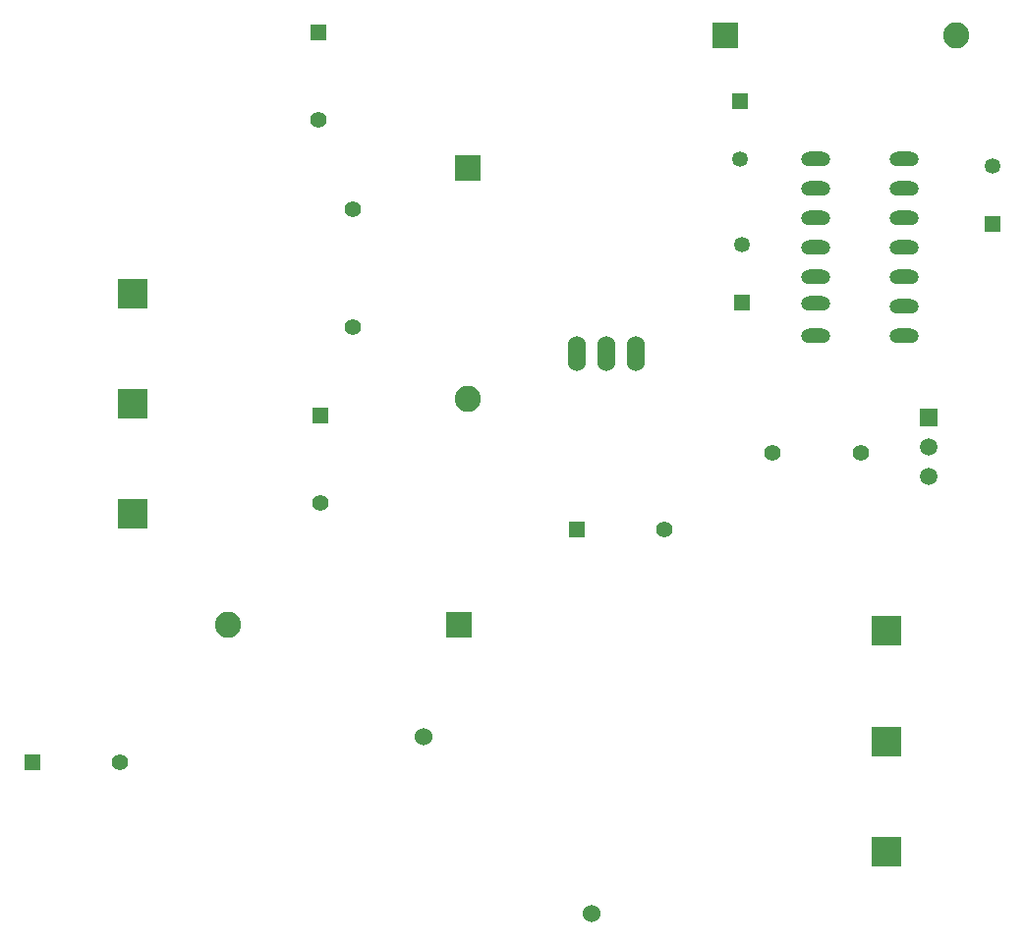
<source format=gbl>
G04*
G04 #@! TF.GenerationSoftware,Altium Limited,Altium Designer,22.5.1 (42)*
G04*
G04 Layer_Physical_Order=2*
G04 Layer_Color=16711680*
%FSLAX44Y44*%
%MOMM*%
G71*
G04*
G04 #@! TF.SameCoordinates,9AAE9822-52E9-4CA5-9BA1-C6C8D3A4EDC0*
G04*
G04*
G04 #@! TF.FilePolarity,Positive*
G04*
G01*
G75*
%ADD39R,2.5000X2.5000*%
%ADD40C,2.2500*%
%ADD41R,2.2500X2.2500*%
%ADD42C,1.3500*%
%ADD43R,1.3500X1.3500*%
%ADD44C,1.4000*%
%ADD45R,1.4000X1.4000*%
%ADD46R,1.4000X1.4000*%
%ADD47C,1.5240*%
%ADD48O,2.5400X1.2700*%
%ADD49C,0.6000*%
%ADD50R,2.2500X2.2500*%
%ADD51O,1.5240X3.0480*%
%ADD52R,1.5000X1.5000*%
%ADD53C,1.5000*%
D39*
X162560Y368300D02*
D03*
X162480Y273300D02*
D03*
X162560Y463300D02*
D03*
X812020Y77470D02*
D03*
X812100Y172470D02*
D03*
X812020Y-17530D02*
D03*
D40*
X871660Y685800D02*
D03*
X450850Y372940D02*
D03*
X244670Y177800D02*
D03*
D41*
X672660Y685800D02*
D03*
X443670Y177800D02*
D03*
D42*
X902970Y573640D02*
D03*
X687070Y505460D02*
D03*
X685800Y579520D02*
D03*
D43*
X902970Y523640D02*
D03*
X687070Y455460D02*
D03*
X685800Y629520D02*
D03*
D44*
X713545Y326390D02*
D03*
X789745D02*
D03*
X322580Y613340D02*
D03*
X323850Y283140D02*
D03*
X151130Y59690D02*
D03*
X620430Y260350D02*
D03*
X351790Y535940D02*
D03*
Y434340D02*
D03*
D45*
X322580Y688340D02*
D03*
X323850Y358140D02*
D03*
D46*
X76130Y59690D02*
D03*
X545430Y260350D02*
D03*
D47*
X557530Y-71120D02*
D03*
X412750Y81280D02*
D03*
D48*
X826770Y452120D02*
D03*
Y553720D02*
D03*
Y579120D02*
D03*
X750570D02*
D03*
Y553720D02*
D03*
Y528320D02*
D03*
Y477520D02*
D03*
Y454660D02*
D03*
X826770Y477520D02*
D03*
Y502920D02*
D03*
Y528320D02*
D03*
X750570Y502920D02*
D03*
Y426720D02*
D03*
X826770D02*
D03*
D49*
Y579120D02*
D03*
D50*
X450850Y571940D02*
D03*
D51*
X544830Y411480D02*
D03*
X570230D02*
D03*
X595630D02*
D03*
D52*
X848360Y356870D02*
D03*
D53*
Y331470D02*
D03*
Y306070D02*
D03*
M02*

</source>
